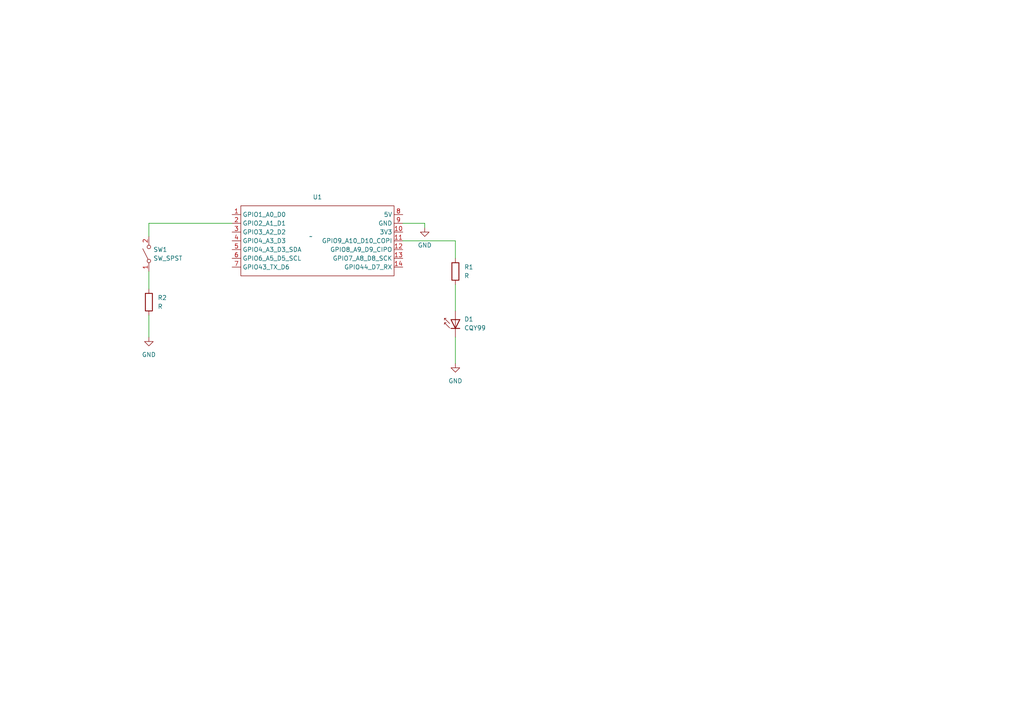
<source format=kicad_sch>
(kicad_sch (version 20230121) (generator eeschema)
  (paper "A4")
  (lib_symbols
    (symbol "Device:R" (pin_numbers hide) (pin_names (offset 0))
      (property "Reference" "R" (at 2.032 0 90))
      (property "Value" "R" (at 0 0 90))
      (symbol "R_0_1"
        (rectangle (start -1.016 -2.54) (end 1.016 2.54) (stroke (width 0.254)))
      )
      (symbol "R_1_1"
        (pin passive line (at 0 3.81 270) (length 1.27) (name "~") (number "1"))
        (pin passive line (at 0 -3.81 90) (length 1.27) (name "~") (number "2"))
      )
    )
    (symbol "LED:CQY99" (pin_numbers hide) (pin_names (offset 1.016) hide)
      (property "Reference" "D" (at 0.508 1.778 0))
      (property "Value" "CQY99" (at -1.016 -2.794 0))
      (symbol "CQY99_0_1"
        (polyline (pts (xy -2.54 1.27) (xy -2.54 -1.27)) (stroke (width 0.254)))
        (polyline (pts (xy 0 0) (xy -2.54 0)))
        (polyline (pts (xy 0.381 3.175) (xy -0.127 3.175)))
        (polyline (pts (xy -1.143 1.651) (xy 0.381 3.175) (xy 0.381 2.667)))
        (polyline (pts (xy 0 -1.27) (xy -2.54 0) (xy 0 1.27) (xy 0 -1.27)) (stroke (width 0.254)))
        (polyline (pts (xy -2.413 1.651) (xy -0.889 3.175) (xy -0.889 2.667) (xy -0.889 3.175) (xy -1.397 3.175)))
      )
      (symbol "CQY99_1_1"
        (pin passive line (at -5.08 0 0) (length 2.54) (name "K") (number "1"))
        (pin passive line (at 2.54 0 180) (length 2.54) (name "A") (number "2"))
      )
    )
    (symbol "Switch:SW_SPST" (pin_names (offset 0) hide)
      (property "Reference" "SW" (at 0 3.175 0))
      (property "Value" "SW_SPST" (at 0 -2.54 0))
      (symbol "SW_SPST_0_0"
        (circle (center -2.032 0) (radius 0.508))
        (polyline (pts (xy -1.524 0.254) (xy 1.524 1.778)))
        (circle (center 2.032 0) (radius 0.508))
      )
      (symbol "SW_SPST_1_1"
        (pin passive line (at -5.08 0 0) (length 2.54) (name "A") (number "1"))
        (pin passive line (at 5.08 0 180) (length 2.54) (name "B") (number "2"))
      )
    )
    (symbol "demo:XIAO_ESP32_SENSE"
      (property "Reference" "U" (at 0 0 0))
      (symbol "XIAO_ESP32_SENSE_0_1"
        (polyline (pts (xy -20.32 8.89) (xy -20.32 -11.43) (xy 24.13 -11.43) (xy 24.13 8.89) (xy -20.32 8.89)))
      )
      (symbol "XIAO_ESP32_SENSE_1_1"
        (pin bidirectional line (at -22.86 6.35 0) (length 2.54) (name "GPIO1_A0_D0") (number "1"))
        (pin bidirectional line (at 26.67 1.27 180) (length 2.54) (name "3V3") (number "10"))
        (pin bidirectional line (at 26.67 -1.27 180) (length 2.54) (name "GPIO9_A10_D10_COPI") (number "11"))
        (pin bidirectional line (at 26.67 -3.81 180) (length 2.54) (name "GPIO8_A9_D9_CIPO") (number "12"))
        (pin bidirectional line (at 26.67 -6.35 180) (length 2.54) (name "GPIO7_A8_D8_SCK") (number "13"))
        (pin bidirectional line (at 26.67 -8.89 180) (length 2.54) (name "GPIO44_D7_RX") (number "14"))
        (pin bidirectional line (at -22.86 3.81 0) (length 2.54) (name "GPIO2_A1_D1") (number "2"))
        (pin bidirectional line (at -22.86 1.27 0) (length 2.54) (name "GPIO3_A2_D2") (number "3"))
        (pin bidirectional line (at -22.86 -1.27 0) (length 2.54) (name "GPIO4_A3_D3") (number "4"))
        (pin bidirectional line (at -22.86 -3.81 0) (length 2.54) (name "GPIO4_A3_D3_SDA") (number "5"))
        (pin bidirectional line (at -22.86 -6.35 0) (length 2.54) (name "GPIO6_A5_D5_SCL") (number "6"))
        (pin bidirectional line (at -22.86 -8.89 0) (length 2.54) (name "GPIO43_TX_D6") (number "7"))
        (pin bidirectional line (at 26.67 6.35 180) (length 2.54) (name "5V") (number "8"))
        (pin bidirectional line (at 26.67 3.81 180) (length 2.54) (name "GND") (number "9"))
      )
    )
    (symbol "power:GND" (power) (pin_names (offset 0))
      (property "Value" "GND" (at 0 -3.81 0))
      (symbol "GND_0_1"
        (polyline (pts (xy 0 0) (xy 0 -1.27) (xy 1.27 -1.27) (xy 0 -2.54) (xy -1.27 -1.27) (xy 0 -1.27)))
      )
      (symbol "GND_1_1"
        (pin power_in line (at 0 0 270) (length 0) hide (name "GND") (number "1"))
      )
    )
  )
  (wire (pts (xy 116.84 69.85) (xy 132.08 69.85)))
  (wire (pts (xy 132.08 69.85) (xy 132.08 74.93)))
  (wire (pts (xy 43.18 78.74) (xy 43.18 83.82)))
  (wire (pts (xy 132.08 82.55) (xy 132.08 90.17)))
  (wire (pts (xy 43.18 91.44) (xy 43.18 97.79)))
  (wire (pts (xy 116.84 64.77) (xy 123.19 64.77)))
  (wire (pts (xy 132.08 97.79) (xy 132.08 105.41)))
  (wire (pts (xy 43.18 64.77) (xy 67.31 64.77)))
  (wire (pts (xy 43.18 68.58) (xy 43.18 64.77)))
  (wire (pts (xy 123.19 64.77) (xy 123.19 66.04)))
  (symbol (lib_id "power:GND") (at 123.19 66.04 0) (unit 1)
    (property "Reference" "#PWR03" (effects hide))
    (property "Value" "GND" (at 123.19 71.12 0))
  )
  (symbol (lib_id "Device:R") (at 132.08 78.74 0) (unit 1)
    (property "Reference" "R1" (at 134.62 77.47 0) (effects (justify left)))
    (property "Value" "R" (at 134.62 80.01 0) (effects (justify left)))
    (property "Footprint" "Resistor_SMD:R_0603_1608Metric_Pad0.98x0.95mm_HandSolder" (effects hide))
  )
  (symbol (lib_id "LED:CQY99") (at 132.08 92.71 90) (unit 1)
    (property "Reference" "D1" (at 134.62 92.583 90) (effects (justify right)))
    (property "Value" "CQY99" (at 134.62 95.123 90) (effects (justify right)))
    (property "Footprint" "LED_SMD:LED_0201_0603Metric_Pad0.64x0.40mm_HandSolder" (effects hide))
    (property "Datasheet" "https://www.prtice.info/IMG/pdf/CQY99.pdf" (effects hide))
  )
  (symbol (lib_id "power:GND") (at 132.08 105.41 0) (unit 1)
    (property "Reference" "#PWR01" (effects hide))
    (property "Value" "GND" (at 132.08 110.49 0))
  )
  (symbol (lib_id "demo:XIAO_ESP32_SENSE") (at 90.17 68.58 0) (unit 1)
    (property "Reference" "U1" (at 92.075 57.15 0))
    (property "Value" "~" (at 90.17 68.58 0))
    (property "Footprint" "esp32_sense:XIAO_ESP32_SENSE" (effects hide))
  )
  (symbol (lib_id "Device:R") (at 43.18 87.63 0) (unit 1)
    (property "Reference" "R2" (at 45.72 86.36 0) (effects (justify left)))
    (property "Value" "R" (at 45.72 88.9 0) (effects (justify left)))
    (property "Footprint" "Resistor_SMD:R_0603_1608Metric_Pad0.98x0.95mm_HandSolder" (effects hide))
  )
  (symbol (lib_id "power:GND") (at 43.18 97.79 0) (unit 1)
    (property "Reference" "#PWR02" (effects hide))
    (property "Value" "GND" (at 43.18 102.87 0))
  )
  (symbol (lib_id "Switch:SW_SPST") (at 43.18 73.66 90) (unit 1)
    (property "Reference" "SW1" (at 44.45 72.39 90) (effects (justify right)))
    (property "Value" "SW_SPST" (at 44.45 74.93 90) (effects (justify right)))
    (property "Footprint" "Button_Switch_SMD:Panasonic_EVQPUM_EVQPUD" (effects hide))
  )
)
</source>
